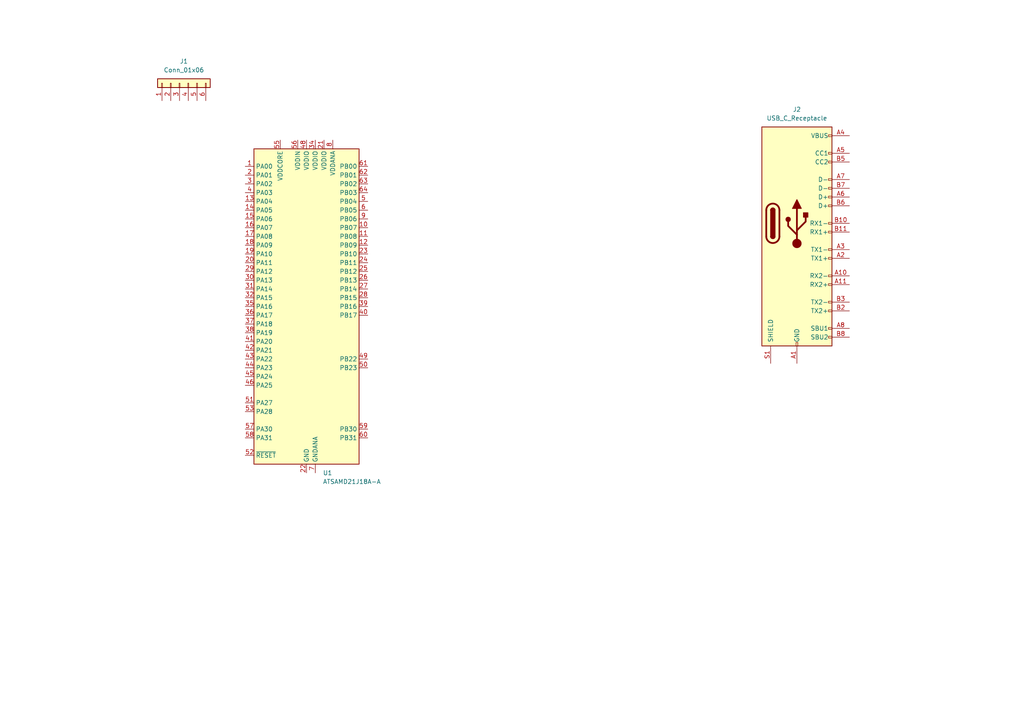
<source format=kicad_sch>
(kicad_sch (version 20231120) (generator "eeschema") (generator_version "8.0")
  (paper "A4")
  (lib_symbols
    (symbol "Connector:USB_C_Receptacle" (pin_names (offset 1.016))
      (property "Reference" "J" (at -10.16 29.21 0))
      (property "Value" "USB_C_Receptacle" (at 10.16 29.21 0))
      (symbol "USB_C_Receptacle_0_0"
        (rectangle (start -0.254 -35.56) (end 0.254 -34.544))
        (rectangle (start 10.16 -32.766) (end 9.144 -33.274))
        (rectangle (start 10.16 -30.226) (end 9.144 -30.734))
        (rectangle (start 10.16 -25.146) (end 9.144 -25.654))
        (rectangle (start 10.16 -22.606) (end 9.144 -23.114))
        (rectangle (start 10.16 -17.526) (end 9.144 -18.034))
        (rectangle (start 10.16 -14.986) (end 9.144 -15.494))
        (rectangle (start 10.16 -9.906) (end 9.144 -10.414))
        (rectangle (start 10.16 -7.366) (end 9.144 -7.874))
        (rectangle (start 10.16 -2.286) (end 9.144 -2.794))
        (rectangle (start 10.16 0.254) (end 9.144 -0.254))
        (rectangle (start 10.16 5.334) (end 9.144 4.826))
        (rectangle (start 10.16 7.874) (end 9.144 7.366))
        (rectangle (start 10.16 10.414) (end 9.144 9.906))
        (rectangle (start 10.16 12.954) (end 9.144 12.446))
        (rectangle (start 10.16 18.034) (end 9.144 17.526))
        (rectangle (start 10.16 20.574) (end 9.144 20.066))
        (rectangle (start 10.16 25.654) (end 9.144 25.146))
      )
      (symbol "USB_C_Receptacle_0_1"
        (rectangle (start -10.16 27.94) (end 10.16 -35.56) (stroke (width 0.254)) (fill (type background)))
        (arc (start -8.89 -3.81) (mid -6.985 -5.7067) (end -5.08 -3.81) (stroke (width 0.508)))
        (arc (start -7.62 -3.81) (mid -6.985 -4.4423) (end -6.35 -3.81) (stroke (width 0.254)))
        (arc (start -7.62 -3.81) (mid -6.985 -4.4423) (end -6.35 -3.81) (stroke (width 0.254)) (fill (type outline)))
        (rectangle (start -7.62 -3.81) (end -6.35 3.81) (stroke (width 0.254)) (fill (type outline)))
        (arc (start -6.35 3.81) (mid -6.985 4.4423) (end -7.62 3.81) (stroke (width 0.254)))
        (arc (start -6.35 3.81) (mid -6.985 4.4423) (end -7.62 3.81) (stroke (width 0.254)) (fill (type outline)))
        (arc (start -5.08 3.81) (mid -6.985 5.7067) (end -8.89 3.81) (stroke (width 0.508)))
        (polyline (pts (xy -8.89 -3.81) (xy -8.89 3.81)) (stroke (width 0.508)))
        (polyline (pts (xy -5.08 3.81) (xy -5.08 -3.81)) (stroke (width 0.508)))
      )
      (symbol "USB_C_Receptacle_1_1"
        (circle (center -2.54 1.143) (radius 0.635) (stroke (width 0.254)) (fill (type outline)))
        (circle (center 0 -5.842) (radius 1.27) (fill (type outline)))
        (polyline (pts (xy 0 -5.842) (xy 0 4.318)) (stroke (width 0.508)))
        (polyline (pts (xy 0 -3.302) (xy -2.54 -0.762) (xy -2.54 0.508)) (stroke (width 0.508)))
        (polyline (pts (xy 0 -2.032) (xy 2.54 0.508) (xy 2.54 1.778)) (stroke (width 0.508)))
        (polyline (pts (xy -1.27 4.318) (xy 0 6.858) (xy 1.27 4.318) (xy -1.27 4.318)) (stroke (width 0.254)) (fill (type outline)))
        (rectangle (start 1.905 1.778) (end 3.175 3.048) (stroke (width 0.254)) (fill (type outline)))
        (pin passive line (at 0 -40.64 90) (length 5.08) (name "GND") (number "A1"))
        (pin bidirectional line (at 15.24 -15.24 180) (length 5.08) (name "RX2-") (number "A10"))
        (pin bidirectional line (at 15.24 -17.78 180) (length 5.08) (name "RX2+") (number "A11"))
        (pin passive line (at 0 -40.64 90) (length 5.08) hide (name "GND") (number "A12"))
        (pin bidirectional line (at 15.24 -10.16 180) (length 5.08) (name "TX1+") (number "A2"))
        (pin bidirectional line (at 15.24 -7.62 180) (length 5.08) (name "TX1-") (number "A3"))
        (pin passive line (at 15.24 25.4 180) (length 5.08) (name "VBUS") (number "A4"))
        (pin bidirectional line (at 15.24 20.32 180) (length 5.08) (name "CC1") (number "A5"))
        (pin bidirectional line (at 15.24 7.62 180) (length 5.08) (name "D+") (number "A6"))
        (pin bidirectional line (at 15.24 12.7 180) (length 5.08) (name "D-") (number "A7"))
        (pin bidirectional line (at 15.24 -30.48 180) (length 5.08) (name "SBU1") (number "A8"))
        (pin passive line (at 15.24 25.4 180) (length 5.08) hide (name "VBUS") (number "A9"))
        (pin passive line (at 0 -40.64 90) (length 5.08) hide (name "GND") (number "B1"))
        (pin bidirectional line (at 15.24 0 180) (length 5.08) (name "RX1-") (number "B10"))
        (pin bidirectional line (at 15.24 -2.54 180) (length 5.08) (name "RX1+") (number "B11"))
        (pin passive line (at 0 -40.64 90) (length 5.08) hide (name "GND") (number "B12"))
        (pin bidirectional line (at 15.24 -25.4 180) (length 5.08) (name "TX2+") (number "B2"))
        (pin bidirectional line (at 15.24 -22.86 180) (length 5.08) (name "TX2-") (number "B3"))
        (pin passive line (at 15.24 25.4 180) (length 5.08) hide (name "VBUS") (number "B4"))
        (pin bidirectional line (at 15.24 17.78 180) (length 5.08) (name "CC2") (number "B5"))
        (pin bidirectional line (at 15.24 5.08 180) (length 5.08) (name "D+") (number "B6"))
        (pin bidirectional line (at 15.24 10.16 180) (length 5.08) (name "D-") (number "B7"))
        (pin bidirectional line (at 15.24 -33.02 180) (length 5.08) (name "SBU2") (number "B8"))
        (pin passive line (at 15.24 25.4 180) (length 5.08) hide (name "VBUS") (number "B9"))
        (pin passive line (at -7.62 -40.64 90) (length 5.08) (name "SHIELD") (number "S1"))
      )
    )
    (symbol "Connector_Generic:Conn_01x06" (pin_names (offset 1.016) hide)
      (property "Reference" "J" (at 0 7.62 0))
      (property "Value" "Conn_01x06" (at 0 -10.16 0))
      (symbol "Conn_01x06_1_1"
        (rectangle (start -1.27 -7.493) (end 0 -7.747) (stroke (width 0.1524)))
        (rectangle (start -1.27 -4.953) (end 0 -5.207) (stroke (width 0.1524)))
        (rectangle (start -1.27 -2.413) (end 0 -2.667) (stroke (width 0.1524)))
        (rectangle (start -1.27 0.127) (end 0 -0.127) (stroke (width 0.1524)))
        (rectangle (start -1.27 2.667) (end 0 2.413) (stroke (width 0.1524)))
        (rectangle (start -1.27 5.207) (end 0 4.953) (stroke (width 0.1524)))
        (rectangle (start -1.27 6.35) (end 1.27 -8.89) (stroke (width 0.254)) (fill (type background)))
        (pin passive line (at -5.08 5.08 0) (length 3.81) (name "Pin_1") (number "1"))
        (pin passive line (at -5.08 2.54 0) (length 3.81) (name "Pin_2") (number "2"))
        (pin passive line (at -5.08 0 0) (length 3.81) (name "Pin_3") (number "3"))
        (pin passive line (at -5.08 -2.54 0) (length 3.81) (name "Pin_4") (number "4"))
        (pin passive line (at -5.08 -5.08 0) (length 3.81) (name "Pin_5") (number "5"))
        (pin passive line (at -5.08 -7.62 0) (length 3.81) (name "Pin_6") (number "6"))
      )
    )
    (symbol "MCU_Microchip_SAMD:ATSAMD21J18A-A"
      (property "Reference" "U" (at -13.97 46.99 0))
      (property "Value" "ATSAMD21J18A-A" (at 16.51 46.99 0))
      (symbol "ATSAMD21J18A-A_0_1"
        (rectangle (start -15.24 45.72) (end 15.24 -45.72) (stroke (width 0.254)) (fill (type background)))
      )
      (symbol "ATSAMD21J18A-A_1_1"
        (pin bidirectional line (at -17.78 40.64 0) (length 2.54) (name "PA00") (number "1"))
        (pin bidirectional line (at 17.78 22.86 180) (length 2.54) (name "PB07") (number "10"))
        (pin bidirectional line (at 17.78 20.32 180) (length 2.54) (name "PB08") (number "11"))
        (pin bidirectional line (at 17.78 17.78 180) (length 2.54) (name "PB09") (number "12"))
        (pin bidirectional line (at -17.78 30.48 0) (length 2.54) (name "PA04") (number "13"))
        (pin bidirectional line (at -17.78 27.94 0) (length 2.54) (name "PA05") (number "14"))
        (pin bidirectional line (at -17.78 25.4 0) (length 2.54) (name "PA06") (number "15"))
        (pin bidirectional line (at -17.78 22.86 0) (length 2.54) (name "PA07") (number "16"))
        (pin bidirectional line (at -17.78 20.32 0) (length 2.54) (name "PA08") (number "17"))
        (pin bidirectional line (at -17.78 17.78 0) (length 2.54) (name "PA09") (number "18"))
        (pin bidirectional line (at -17.78 15.24 0) (length 2.54) (name "PA10") (number "19"))
        (pin bidirectional line (at -17.78 38.1 0) (length 2.54) (name "PA01") (number "2"))
        (pin bidirectional line (at -17.78 12.7 0) (length 2.54) (name "PA11") (number "20"))
        (pin power_in line (at 5.08 48.26 270) (length 2.54) (name "VDDIO") (number "21"))
        (pin power_in line (at 0 -48.26 90) (length 2.54) (name "GND") (number "22"))
        (pin bidirectional line (at 17.78 15.24 180) (length 2.54) (name "PB10") (number "23"))
        (pin bidirectional line (at 17.78 12.7 180) (length 2.54) (name "PB11") (number "24"))
        (pin bidirectional line (at 17.78 10.16 180) (length 2.54) (name "PB12") (number "25"))
        (pin bidirectional line (at 17.78 7.62 180) (length 2.54) (name "PB13") (number "26"))
        (pin bidirectional line (at 17.78 5.08 180) (length 2.54) (name "PB14") (number "27"))
        (pin bidirectional line (at 17.78 2.54 180) (length 2.54) (name "PB15") (number "28"))
        (pin bidirectional line (at -17.78 10.16 0) (length 2.54) (name "PA12") (number "29"))
        (pin bidirectional line (at -17.78 35.56 0) (length 2.54) (name "PA02") (number "3"))
        (pin bidirectional line (at -17.78 7.62 0) (length 2.54) (name "PA13") (number "30"))
        (pin bidirectional line (at -17.78 5.08 0) (length 2.54) (name "PA14") (number "31"))
        (pin bidirectional line (at -17.78 2.54 0) (length 2.54) (name "PA15") (number "32"))
        (pin passive line (at 0 -48.26 90) (length 2.54) hide (name "GND") (number "33"))
        (pin power_in line (at 2.54 48.26 270) (length 2.54) (name "VDDIO") (number "34"))
        (pin bidirectional line (at -17.78 0 0) (length 2.54) (name "PA16") (number "35"))
        (pin bidirectional line (at -17.78 -2.54 0) (length 2.54) (name "PA17") (number "36"))
        (pin bidirectional line (at -17.78 -5.08 0) (length 2.54) (name "PA18") (number "37"))
        (pin bidirectional line (at -17.78 -7.62 0) (length 2.54) (name "PA19") (number "38"))
        (pin bidirectional line (at 17.78 0 180) (length 2.54) (name "PB16") (number "39"))
        (pin bidirectional line (at -17.78 33.02 0) (length 2.54) (name "PA03") (number "4"))
        (pin bidirectional line (at 17.78 -2.54 180) (length 2.54) (name "PB17") (number "40"))
        (pin bidirectional line (at -17.78 -10.16 0) (length 2.54) (name "PA20") (number "41"))
        (pin bidirectional line (at -17.78 -12.7 0) (length 2.54) (name "PA21") (number "42"))
        (pin bidirectional line (at -17.78 -15.24 0) (length 2.54) (name "PA22") (number "43"))
        (pin bidirectional line (at -17.78 -17.78 0) (length 2.54) (name "PA23") (number "44"))
        (pin bidirectional line (at -17.78 -20.32 0) (length 2.54) (name "PA24") (number "45"))
        (pin bidirectional line (at -17.78 -22.86 0) (length 2.54) (name "PA25") (number "46"))
        (pin passive line (at 0 -48.26 90) (length 2.54) hide (name "GND") (number "47"))
        (pin power_in line (at 0 48.26 270) (length 2.54) (name "VDDIO") (number "48"))
        (pin bidirectional line (at 17.78 -15.24 180) (length 2.54) (name "PB22") (number "49"))
        (pin bidirectional line (at 17.78 30.48 180) (length 2.54) (name "PB04") (number "5"))
        (pin bidirectional line (at 17.78 -17.78 180) (length 2.54) (name "PB23") (number "50"))
        (pin bidirectional line (at -17.78 -27.94 0) (length 2.54) (name "PA27") (number "51"))
        (pin input line (at -17.78 -43.18 0) (length 2.54) (name "~{RESET}") (number "52"))
        (pin bidirectional line (at -17.78 -30.48 0) (length 2.54) (name "PA28") (number "53"))
        (pin passive line (at 0 -48.26 90) (length 2.54) hide (name "GND") (number "54"))
        (pin power_out line (at -7.62 48.26 270) (length 2.54) (name "VDDCORE") (number "55"))
        (pin power_in line (at -2.54 48.26 270) (length 2.54) (name "VDDIN") (number "56"))
        (pin bidirectional line (at -17.78 -35.56 0) (length 2.54) (name "PA30") (number "57"))
        (pin bidirectional line (at -17.78 -38.1 0) (length 2.54) (name "PA31") (number "58"))
        (pin bidirectional line (at 17.78 -35.56 180) (length 2.54) (name "PB30") (number "59"))
        (pin bidirectional line (at 17.78 27.94 180) (length 2.54) (name "PB05") (number "6"))
        (pin bidirectional line (at 17.78 -38.1 180) (length 2.54) (name "PB31") (number "60"))
        (pin bidirectional line (at 17.78 40.64 180) (length 2.54) (name "PB00") (number "61"))
        (pin bidirectional line (at 17.78 38.1 180) (length 2.54) (name "PB01") (number "62"))
        (pin bidirectional line (at 17.78 35.56 180) (length 2.54) (name "PB02") (number "63"))
        (pin bidirectional line (at 17.78 33.02 180) (length 2.54) (name "PB03") (number "64"))
        (pin power_in line (at 2.54 -48.26 90) (length 2.54) (name "GNDANA") (number "7"))
        (pin power_in line (at 7.62 48.26 270) (length 2.54) (name "VDDANA") (number "8"))
        (pin bidirectional line (at 17.78 25.4 180) (length 2.54) (name "PB06") (number "9"))
      )
    )
  )
  (symbol (lib_id "Connector:USB_C_Receptacle") (at 231.14 64.77 0) (unit 1)
    (property "Reference" "J2" (at 231.14 31.75 0))
    (property "Value" "USB_C_Receptacle" (at 231.14 34.29 0))
    (property "Datasheet" "https://www.usb.org/sites/default/files/documents/usb_type-c.zip" (effects (hide yes)))
    (property "Description" "USB Full-Featured Type-C Receptacle connector" (effects (hide yes)))
  )
  (symbol (lib_id "Connector_Generic:Conn_01x06") (at 52.07 24.13 90) (unit 1)
    (property "Reference" "J1" (at 53.34 17.78 90))
    (property "Value" "Conn_01x06" (at 53.34 20.32 90))
    (property "Description" "Generic connector, single row, 01x06, script generated (kicad-library-utils/schlib/autogen/connector/)" (effects (hide yes)))
  )
  (symbol (lib_id "MCU_Microchip_SAMD:ATSAMD21J18A-A") (at 88.9 88.9 0) (unit 1)
    (property "Reference" "U1" (at 93.6341 137.16 0) (effects (justify left)))
    (property "Value" "ATSAMD21J18A-A" (at 93.6341 139.7 0) (effects (justify left)))
    (property "Footprint" "Package_QFP:TQFP-64_10x10mm_P0.5mm" (effects (hide yes)))
    (property "Datasheet" "http://ww1.microchip.com/downloads/en/DeviceDoc/SAM_D21_DA1_Family_Data%20Sheet_DS40001882E.pdf" (effects (hide yes)))
    (property "Description" "SAM D21 Microchip SMART ARM-based Flash MCU, 48Mhz, 256K Flash, 32K SRAM, TQFP-64" (effects (hide yes)))
  )
)
</source>
